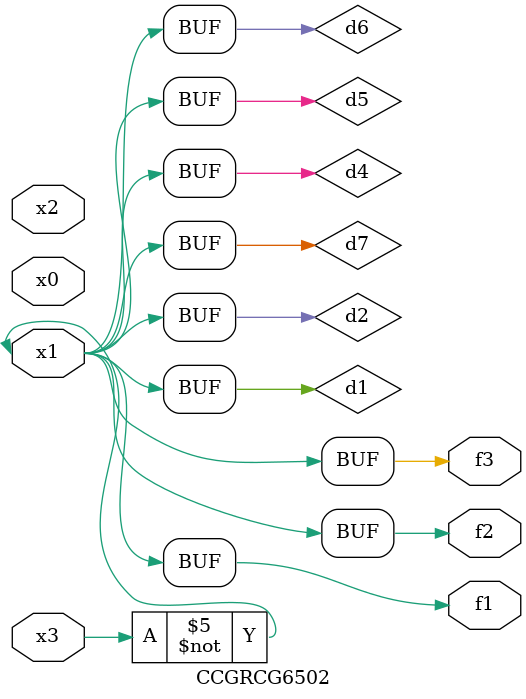
<source format=v>
module CCGRCG6502(
	input x0, x1, x2, x3,
	output f1, f2, f3
);

	wire d1, d2, d3, d4, d5, d6, d7;

	not (d1, x3);
	buf (d2, x1);
	xnor (d3, d1, d2);
	nor (d4, d1);
	buf (d5, d1, d2);
	buf (d6, d4, d5);
	nand (d7, d4);
	assign f1 = d6;
	assign f2 = d7;
	assign f3 = d6;
endmodule

</source>
